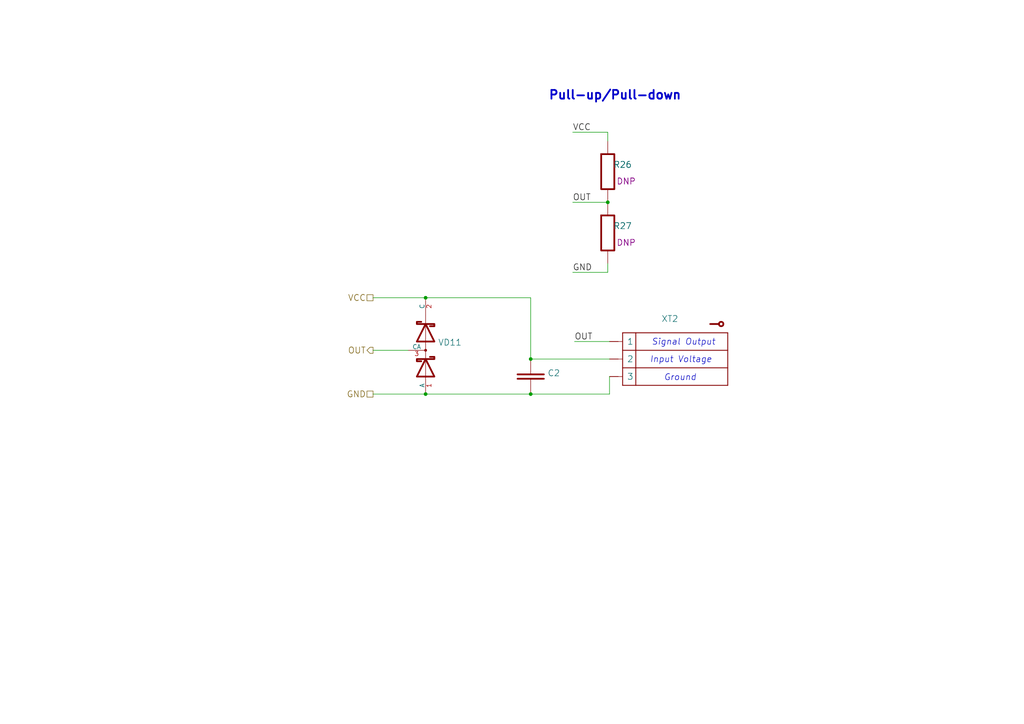
<source format=kicad_sch>
(kicad_sch (version 20211123) (generator eeschema)
  (paper "A4")
  (lib_symbols
    (symbol "C_CAP_39" (pin_names (offset 0))
      (property "Reference" "C" (at 0 6.35 0))
      (property "Value" "C_CAP_39" (at 0 -6.35 0))
      (symbol "C_CAP_39_0_1"
        (polyline (pts (xy -5.08 0) (xy -0.635 0)))
        (polyline (pts (xy -0.635 3.81) (xy -0.635 -3.81)) (stroke (width 0.508)))
        (polyline (pts (xy 0.635 0) (xy 5.08 0)))
        (polyline (pts (xy 0.635 3.81) (xy 0.635 -3.81)) (stroke (width 0.508)))
      )
      (symbol "C_CAP_39_1_1"
        (pin passive line (at -5.08 0 0) (length 2.54) hide (name "~") (number "1"))
        (pin passive line (at 5.08 0 180) (length 2.54) hide (name "~") (number "2"))
      )
    )
    (symbol "Diodes:VD_SCHOTTKY_PROTECT" (pin_names (offset 0))
      (property "Reference" "VD" (at 5.334 1.27 0))
      (property "Value" "Diodes_VD_SCHOTTKY_PROTECT" (at 19.304 -1.27 0))
      (symbol "VD_SCHOTTKY_PROTECT_0_1"
        (polyline (pts (xy 0 10.16) (xy 0 -7.874)) (stroke (width 0.1524)))
        (polyline (pts (xy -1.27 8.255) (xy -2.54 8.255) (xy -2.54 7.62) (xy 0 7.62) (xy -2.54 2.54) (xy 2.54 2.54) (xy 0 7.62) (xy 2.54 7.62) (xy 2.54 6.985) (xy 1.27 6.985)) (stroke (width 0.508)))
        (polyline (pts (xy 1.27 -1.905) (xy 2.54 -1.905) (xy 2.54 -2.54) (xy 0 -2.54) (xy 2.54 -7.62) (xy -2.54 -7.62) (xy 0 -2.54) (xy -2.54 -2.54) (xy -2.54 -3.175) (xy -1.27 -3.175)) (stroke (width 0.508)))
        (circle (center 0 0) (radius 0.3556) (stroke (width 0.1016)) (fill (type outline)))
      )
      (symbol "VD_SCHOTTKY_PROTECT_1_1"
        (pin passive line (at 0 -12.7 90) (length 5.0038) (name "A") (number "1"))
        (pin passive line (at 0 15.24 270) (length 5.0038) (name "C") (number "2"))
        (pin passive line (at -5.08 0 0) (length 5.0038) (name "CA") (number "3"))
      )
    )
    (symbol "R_RES_31" (pin_names (offset 0))
      (property "Reference" "R" (at 0 3.81 0))
      (property "Value" "R_RES_31" (at 0 -3.81 0))
      (symbol "R_RES_31_0_1"
        (rectangle (start -5.08 1.905) (end 5.08 -1.905) (stroke (width 0.508)))
        (polyline (pts (xy -8.89 0) (xy -5.08 0)))
        (polyline (pts (xy 5.08 0) (xy 8.89 0)))
      )
      (symbol "R_RES_31_1_1"
        (pin passive line (at -8.89 0 0) (length 2.54) hide (name "~") (number "1"))
        (pin passive line (at 8.89 0 180) (length 2.54) hide (name "~") (number "2"))
      )
    )
    (symbol "XT_CONTACT_ARR3_1" (pin_numbers hide) (pin_names (offset 2.54))
      (property "Reference" "XT" (at -12.7 10.16 0))
      (property "Value" "XT_CONTACT_ARR3_1" (at -12.7 -10.16 0))
      (symbol "XT_CONTACT_ARR3_1_0_1"
        (polyline (pts (xy -17.78 -5.08) (xy -13.97 -5.08)))
        (polyline (pts (xy -17.78 0) (xy -13.97 0)))
        (polyline (pts (xy -17.78 5.08) (xy -13.97 5.08)))
        (polyline (pts (xy -13.97 -7.62) (xy 16.51 -7.62)) (stroke (width 0.254)))
        (polyline (pts (xy -13.97 -2.54) (xy 16.51 -2.54)) (stroke (width 0.254)))
        (polyline (pts (xy -13.97 7.62) (xy -13.97 -7.62)) (stroke (width 0.254)))
        (polyline (pts (xy -13.97 7.62) (xy 16.51 7.62)) (stroke (width 0.254)))
        (polyline (pts (xy -10.16 7.62) (xy -10.16 -7.62)) (stroke (width 0.254)))
        (polyline (pts (xy 13.97 10.16) (xy 11.43 10.16)) (stroke (width 0.508)))
        (polyline (pts (xy 16.51 7.62) (xy 16.51 -7.62)) (stroke (width 0.254)))
        (circle (center 14.605 10.16) (radius 0.635) (stroke (width 0.508)))
      )
      (symbol "XT_CONTACT_ARR3_1_1_1"
        (polyline (pts (xy -13.97 2.54) (xy 16.51 2.54)) (stroke (width 0.254)))
        (pin passive line (at -17.78 5.08 0) (length 2.54) (name "1") (number "1"))
        (pin passive line (at -17.78 0 0) (length 2.54) (name "2") (number "2"))
        (pin passive line (at -17.78 -5.08 0) (length 2.54) (name "3") (number "3"))
      )
    )
  )
  (junction (at 153.924 114.3))
  (junction (at 153.924 104.14))
  (junction (at 123.444 86.36))
  (junction (at 123.444 114.3))
  (junction (at 176.276 58.674))
  (wire (pts (xy 123.444 114.3) (xy 153.924 114.3)))
  (wire (pts (xy 176.276 78.994) (xy 176.276 76.454)))
  (wire (pts (xy 166.116 78.994) (xy 176.276 78.994)))
  (wire (pts (xy 166.116 38.354) (xy 176.276 38.354)))
  (wire (pts (xy 153.924 104.14) (xy 176.784 104.14)))
  (wire (pts (xy 153.924 86.36) (xy 123.444 86.36)))
  (wire (pts (xy 108.204 114.3) (xy 123.444 114.3)))
  (wire (pts (xy 108.204 101.6) (xy 118.364 101.6)))
  (wire (pts (xy 153.924 114.3) (xy 176.784 114.3)))
  (wire (pts (xy 176.784 109.22) (xy 176.784 114.3)))
  (wire (pts (xy 166.624 99.06) (xy 176.784 99.06)))
  (wire (pts (xy 176.276 38.354) (xy 176.276 40.894)))
  (wire (pts (xy 108.204 86.36) (xy 123.444 86.36)))
  (wire (pts (xy 153.924 104.14) (xy 153.924 86.36)))
  (wire (pts (xy 166.116 58.674) (xy 176.276 58.674)))
  (text "Input Voltage" (at 188.468 105.41 0) (effects (font (size 1.778 1.778) italic) (justify left bottom)))
  (text "Ground" (at 192.532 110.617 0) (effects (font (size 1.778 1.778) italic) (justify left bottom)))
  (text "Signal Output" (at 188.976 100.33 0) (effects (font (size 1.778 1.778) italic) (justify left bottom)))
  (text "Pull-up/Pull-down" (at 159.004 29.21 0) (effects (font (size 2.54 2.54) (thickness 0.508) bold) (justify left bottom)))
  (label "OUT" (at 166.624 99.06 0) (effects (font (size 1.778 1.778))))
  (label "VCC" (at 166.116 38.354 0) (effects (font (size 1.778 1.778))))
  (label "OUT" (at 166.116 58.674 0) (effects (font (size 1.778 1.778))))
  (label "GND" (at 166.116 78.994 0) (effects (font (size 1.778 1.778))))
  (hierarchical_label "OUT" (shape output) (at 108.204 101.6 180) (effects (font (size 1.778 1.778))))
  (hierarchical_label "GND" (shape passive) (at 108.204 114.3 180) (effects (font (size 1.778 1.778))))
  (hierarchical_label "VCC" (shape passive) (at 108.204 86.36 180) (effects (font (size 1.778 1.778))))
  (symbol (lib_name "XT_CONTACT_ARR3_1") (lib_id "Connectors:XT_CONTACT_ARR3") (at 194.564 104.14 0) (unit 1)
    (property "Reference" "XT2" (at 191.77 92.456 0) (effects (font (size 1.778 1.778)) (justify left)))
  )
  (symbol (lib_name "C_CAP_39") (lib_id "Capacitors:C_CAP") (at 153.924 109.22 270) (unit 1)
    (property "Reference" "C2" (at 158.75 108.2041 90) (effects (font (size 1.778 1.778)) (justify left)))
  )
  (symbol (lib_name "R_RES_31") (lib_id "Resistors:R_RES") (at 176.276 67.564 270) (unit 1)
    (property "Reference" "R27" (at 180.594 65.532 90) (effects (font (size 1.778 1.778))))
    (property "Assembly" "DNP" (at 181.61 70.358 90) (effects (font (size 1.778 1.778))))
  )
  (symbol (lib_name "R_RES_31") (lib_id "Resistors:R_RES") (at 176.276 49.784 270) (unit 1)
    (property "Reference" "R26" (at 180.594 47.752 90) (effects (font (size 1.778 1.778))))
    (property "Assembly" "DNP" (at 181.61 52.578 90) (effects (font (size 1.778 1.778))))
  )
  (symbol (lib_id "Diodes:VD_SCHOTTKY_PROTECT") (at 123.444 101.6 0) (unit 1)
    (property "Reference" "VD11" (at 127 99.314 0) (effects (font (size 1.778 1.778)) (justify left)))
  )
)
</source>
